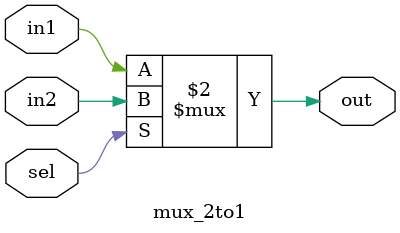
<source format=v>
module mux_2to1(in1,in2,sel,out);

input in1,in2,sel;
output out;

assign out = (!sel)? in1 : in2;

endmodule
</source>
